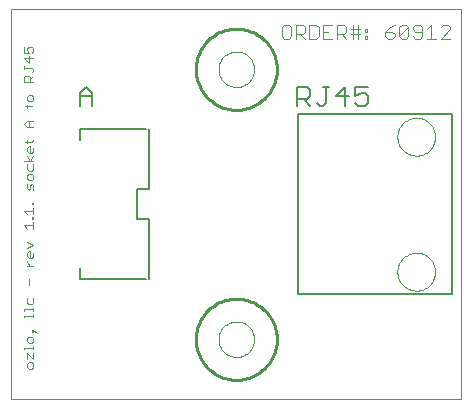
<source format=gto>
G75*
G70*
%OFA0B0*%
%FSLAX24Y24*%
%IPPOS*%
%LPD*%
%AMOC8*
5,1,8,0,0,1.08239X$1,22.5*
%
%ADD10C,0.0000*%
%ADD11C,0.0060*%
%ADD12C,0.0030*%
%ADD13C,0.0040*%
%ADD14C,0.0080*%
%ADD15C,0.0100*%
%ADD16C,0.0050*%
D10*
X000100Y000100D02*
X000100Y013100D01*
X015100Y013100D01*
X015100Y000100D01*
X000100Y000100D01*
X007009Y002100D02*
X007011Y002148D01*
X007017Y002196D01*
X007027Y002243D01*
X007040Y002289D01*
X007058Y002334D01*
X007078Y002378D01*
X007103Y002420D01*
X007131Y002459D01*
X007161Y002496D01*
X007195Y002530D01*
X007232Y002562D01*
X007270Y002591D01*
X007311Y002616D01*
X007354Y002638D01*
X007399Y002656D01*
X007445Y002670D01*
X007492Y002681D01*
X007540Y002688D01*
X007588Y002691D01*
X007636Y002690D01*
X007684Y002685D01*
X007732Y002676D01*
X007778Y002664D01*
X007823Y002647D01*
X007867Y002627D01*
X007909Y002604D01*
X007949Y002577D01*
X007987Y002547D01*
X008022Y002514D01*
X008054Y002478D01*
X008084Y002440D01*
X008110Y002399D01*
X008132Y002356D01*
X008152Y002312D01*
X008167Y002267D01*
X008179Y002220D01*
X008187Y002172D01*
X008191Y002124D01*
X008191Y002076D01*
X008187Y002028D01*
X008179Y001980D01*
X008167Y001933D01*
X008152Y001888D01*
X008132Y001844D01*
X008110Y001801D01*
X008084Y001760D01*
X008054Y001722D01*
X008022Y001686D01*
X007987Y001653D01*
X007949Y001623D01*
X007909Y001596D01*
X007867Y001573D01*
X007823Y001553D01*
X007778Y001536D01*
X007732Y001524D01*
X007684Y001515D01*
X007636Y001510D01*
X007588Y001509D01*
X007540Y001512D01*
X007492Y001519D01*
X007445Y001530D01*
X007399Y001544D01*
X007354Y001562D01*
X007311Y001584D01*
X007270Y001609D01*
X007232Y001638D01*
X007195Y001670D01*
X007161Y001704D01*
X007131Y001741D01*
X007103Y001780D01*
X007078Y001822D01*
X007058Y001866D01*
X007040Y001911D01*
X007027Y001957D01*
X007017Y002004D01*
X007011Y002052D01*
X007009Y002100D01*
X012970Y004350D02*
X012972Y004400D01*
X012978Y004450D01*
X012988Y004499D01*
X013002Y004547D01*
X013019Y004594D01*
X013040Y004639D01*
X013065Y004683D01*
X013093Y004724D01*
X013125Y004763D01*
X013159Y004800D01*
X013196Y004834D01*
X013236Y004864D01*
X013278Y004891D01*
X013322Y004915D01*
X013368Y004936D01*
X013415Y004952D01*
X013463Y004965D01*
X013513Y004974D01*
X013562Y004979D01*
X013613Y004980D01*
X013663Y004977D01*
X013712Y004970D01*
X013761Y004959D01*
X013809Y004944D01*
X013855Y004926D01*
X013900Y004904D01*
X013943Y004878D01*
X013984Y004849D01*
X014023Y004817D01*
X014059Y004782D01*
X014091Y004744D01*
X014121Y004704D01*
X014148Y004661D01*
X014171Y004617D01*
X014190Y004571D01*
X014206Y004523D01*
X014218Y004474D01*
X014226Y004425D01*
X014230Y004375D01*
X014230Y004325D01*
X014226Y004275D01*
X014218Y004226D01*
X014206Y004177D01*
X014190Y004129D01*
X014171Y004083D01*
X014148Y004039D01*
X014121Y003996D01*
X014091Y003956D01*
X014059Y003918D01*
X014023Y003883D01*
X013984Y003851D01*
X013943Y003822D01*
X013900Y003796D01*
X013855Y003774D01*
X013809Y003756D01*
X013761Y003741D01*
X013712Y003730D01*
X013663Y003723D01*
X013613Y003720D01*
X013562Y003721D01*
X013513Y003726D01*
X013463Y003735D01*
X013415Y003748D01*
X013368Y003764D01*
X013322Y003785D01*
X013278Y003809D01*
X013236Y003836D01*
X013196Y003866D01*
X013159Y003900D01*
X013125Y003937D01*
X013093Y003976D01*
X013065Y004017D01*
X013040Y004061D01*
X013019Y004106D01*
X013002Y004153D01*
X012988Y004201D01*
X012978Y004250D01*
X012972Y004300D01*
X012970Y004350D01*
X012970Y008850D02*
X012972Y008900D01*
X012978Y008950D01*
X012988Y008999D01*
X013002Y009047D01*
X013019Y009094D01*
X013040Y009139D01*
X013065Y009183D01*
X013093Y009224D01*
X013125Y009263D01*
X013159Y009300D01*
X013196Y009334D01*
X013236Y009364D01*
X013278Y009391D01*
X013322Y009415D01*
X013368Y009436D01*
X013415Y009452D01*
X013463Y009465D01*
X013513Y009474D01*
X013562Y009479D01*
X013613Y009480D01*
X013663Y009477D01*
X013712Y009470D01*
X013761Y009459D01*
X013809Y009444D01*
X013855Y009426D01*
X013900Y009404D01*
X013943Y009378D01*
X013984Y009349D01*
X014023Y009317D01*
X014059Y009282D01*
X014091Y009244D01*
X014121Y009204D01*
X014148Y009161D01*
X014171Y009117D01*
X014190Y009071D01*
X014206Y009023D01*
X014218Y008974D01*
X014226Y008925D01*
X014230Y008875D01*
X014230Y008825D01*
X014226Y008775D01*
X014218Y008726D01*
X014206Y008677D01*
X014190Y008629D01*
X014171Y008583D01*
X014148Y008539D01*
X014121Y008496D01*
X014091Y008456D01*
X014059Y008418D01*
X014023Y008383D01*
X013984Y008351D01*
X013943Y008322D01*
X013900Y008296D01*
X013855Y008274D01*
X013809Y008256D01*
X013761Y008241D01*
X013712Y008230D01*
X013663Y008223D01*
X013613Y008220D01*
X013562Y008221D01*
X013513Y008226D01*
X013463Y008235D01*
X013415Y008248D01*
X013368Y008264D01*
X013322Y008285D01*
X013278Y008309D01*
X013236Y008336D01*
X013196Y008366D01*
X013159Y008400D01*
X013125Y008437D01*
X013093Y008476D01*
X013065Y008517D01*
X013040Y008561D01*
X013019Y008606D01*
X013002Y008653D01*
X012988Y008701D01*
X012978Y008750D01*
X012972Y008800D01*
X012970Y008850D01*
X007009Y011100D02*
X007011Y011148D01*
X007017Y011196D01*
X007027Y011243D01*
X007040Y011289D01*
X007058Y011334D01*
X007078Y011378D01*
X007103Y011420D01*
X007131Y011459D01*
X007161Y011496D01*
X007195Y011530D01*
X007232Y011562D01*
X007270Y011591D01*
X007311Y011616D01*
X007354Y011638D01*
X007399Y011656D01*
X007445Y011670D01*
X007492Y011681D01*
X007540Y011688D01*
X007588Y011691D01*
X007636Y011690D01*
X007684Y011685D01*
X007732Y011676D01*
X007778Y011664D01*
X007823Y011647D01*
X007867Y011627D01*
X007909Y011604D01*
X007949Y011577D01*
X007987Y011547D01*
X008022Y011514D01*
X008054Y011478D01*
X008084Y011440D01*
X008110Y011399D01*
X008132Y011356D01*
X008152Y011312D01*
X008167Y011267D01*
X008179Y011220D01*
X008187Y011172D01*
X008191Y011124D01*
X008191Y011076D01*
X008187Y011028D01*
X008179Y010980D01*
X008167Y010933D01*
X008152Y010888D01*
X008132Y010844D01*
X008110Y010801D01*
X008084Y010760D01*
X008054Y010722D01*
X008022Y010686D01*
X007987Y010653D01*
X007949Y010623D01*
X007909Y010596D01*
X007867Y010573D01*
X007823Y010553D01*
X007778Y010536D01*
X007732Y010524D01*
X007684Y010515D01*
X007636Y010510D01*
X007588Y010509D01*
X007540Y010512D01*
X007492Y010519D01*
X007445Y010530D01*
X007399Y010544D01*
X007354Y010562D01*
X007311Y010584D01*
X007270Y010609D01*
X007232Y010638D01*
X007195Y010670D01*
X007161Y010704D01*
X007131Y010741D01*
X007103Y010780D01*
X007078Y010822D01*
X007058Y010866D01*
X007040Y010911D01*
X007027Y010957D01*
X007017Y011004D01*
X007011Y011052D01*
X007009Y011100D01*
D11*
X009630Y010521D02*
X009630Y009880D01*
X009630Y010094D02*
X009950Y010094D01*
X010057Y010200D01*
X010057Y010414D01*
X009950Y010521D01*
X009630Y010521D01*
X009844Y010094D02*
X010057Y009880D01*
X010275Y009987D02*
X010381Y009880D01*
X010488Y009880D01*
X010595Y009987D01*
X010595Y010521D01*
X010488Y010521D02*
X010702Y010521D01*
X010919Y010200D02*
X011346Y010200D01*
X011564Y010200D02*
X011777Y010307D01*
X011884Y010307D01*
X011991Y010200D01*
X011991Y009987D01*
X011884Y009880D01*
X011670Y009880D01*
X011564Y009987D01*
X011564Y010200D02*
X011564Y010521D01*
X011991Y010521D01*
X011239Y010521D02*
X010919Y010200D01*
X011239Y009880D02*
X011239Y010521D01*
X002807Y010307D02*
X002807Y009880D01*
X002380Y009880D02*
X002380Y010307D01*
X002594Y010521D01*
X002807Y010307D01*
X002807Y010200D02*
X002380Y010200D01*
D12*
X000835Y010191D02*
X000835Y010085D01*
X000782Y010031D01*
X000675Y010031D01*
X000621Y010085D01*
X000621Y010191D01*
X000675Y010245D01*
X000782Y010245D01*
X000835Y010191D01*
X000835Y009923D02*
X000782Y009870D01*
X000568Y009870D01*
X000621Y009923D02*
X000621Y009816D01*
X000621Y009385D02*
X000835Y009385D01*
X000675Y009385D02*
X000675Y009172D01*
X000621Y009172D02*
X000515Y009279D01*
X000621Y009385D01*
X000621Y009172D02*
X000835Y009172D01*
X000835Y008742D02*
X000782Y008688D01*
X000568Y008688D01*
X000621Y008635D02*
X000621Y008742D01*
X000675Y008526D02*
X000728Y008526D01*
X000728Y008312D01*
X000675Y008312D02*
X000782Y008312D01*
X000835Y008366D01*
X000835Y008473D01*
X000675Y008526D02*
X000621Y008473D01*
X000621Y008366D01*
X000675Y008312D01*
X000621Y008204D02*
X000728Y008044D01*
X000835Y008204D01*
X000835Y008044D02*
X000515Y008044D01*
X000621Y007935D02*
X000621Y007775D01*
X000675Y007722D01*
X000782Y007722D01*
X000835Y007775D01*
X000835Y007935D01*
X000782Y007613D02*
X000675Y007613D01*
X000621Y007559D01*
X000621Y007453D01*
X000675Y007399D01*
X000782Y007399D01*
X000835Y007453D01*
X000835Y007559D01*
X000782Y007613D01*
X000782Y007291D02*
X000728Y007237D01*
X000728Y007130D01*
X000675Y007077D01*
X000621Y007130D01*
X000621Y007291D01*
X000782Y007291D02*
X000835Y007237D01*
X000835Y007077D01*
X000835Y006647D02*
X000835Y006594D01*
X000782Y006594D01*
X000782Y006647D01*
X000835Y006647D01*
X000835Y006485D02*
X000835Y006271D01*
X000835Y006378D02*
X000515Y006378D01*
X000621Y006271D01*
X000782Y006164D02*
X000835Y006164D01*
X000835Y006110D01*
X000782Y006110D01*
X000782Y006164D01*
X000835Y006001D02*
X000835Y005788D01*
X000835Y005895D02*
X000515Y005895D01*
X000621Y005788D01*
X000621Y005357D02*
X000835Y005250D01*
X000621Y005143D01*
X000675Y005035D02*
X000728Y005035D01*
X000728Y004821D01*
X000675Y004821D02*
X000782Y004821D01*
X000835Y004875D01*
X000835Y004981D01*
X000675Y005035D02*
X000621Y004981D01*
X000621Y004875D01*
X000675Y004821D01*
X000621Y004713D02*
X000621Y004659D01*
X000728Y004553D01*
X000835Y004553D02*
X000621Y004553D01*
X000675Y004122D02*
X000675Y003908D01*
X000621Y003477D02*
X000621Y003317D01*
X000675Y003263D01*
X000782Y003263D01*
X000835Y003317D01*
X000835Y003477D01*
X000835Y003155D02*
X000835Y003049D01*
X000835Y003102D02*
X000515Y003102D01*
X000515Y003049D01*
X000515Y002887D02*
X000835Y002887D01*
X000835Y002834D02*
X000835Y002941D01*
X000515Y002887D02*
X000515Y002834D01*
X000782Y002403D02*
X000782Y002350D01*
X000835Y002350D01*
X000835Y002403D01*
X000782Y002403D01*
X000835Y002403D02*
X000942Y002297D01*
X000782Y002188D02*
X000675Y002188D01*
X000621Y002135D01*
X000621Y002028D01*
X000675Y001974D01*
X000782Y001974D01*
X000835Y002028D01*
X000835Y002135D01*
X000782Y002188D01*
X000835Y001866D02*
X000835Y001760D01*
X000835Y001813D02*
X000515Y001813D01*
X000515Y001760D01*
X000621Y001651D02*
X000835Y001437D01*
X000835Y001651D01*
X000621Y001651D02*
X000621Y001437D01*
X000675Y001329D02*
X000621Y001275D01*
X000621Y001168D01*
X000675Y001115D01*
X000782Y001115D01*
X000835Y001168D01*
X000835Y001275D01*
X000782Y001329D01*
X000675Y001329D01*
X000728Y010676D02*
X000728Y010836D01*
X000675Y010889D01*
X000568Y010889D01*
X000515Y010836D01*
X000515Y010676D01*
X000835Y010676D01*
X000728Y010783D02*
X000835Y010889D01*
X000782Y010998D02*
X000835Y011051D01*
X000835Y011105D01*
X000782Y011158D01*
X000515Y011158D01*
X000515Y011105D02*
X000515Y011212D01*
X000675Y011320D02*
X000675Y011534D01*
X000675Y011643D02*
X000515Y011643D01*
X000515Y011856D01*
X000621Y011803D02*
X000675Y011856D01*
X000782Y011856D01*
X000835Y011803D01*
X000835Y011696D01*
X000782Y011643D01*
X000675Y011643D02*
X000621Y011749D01*
X000621Y011803D01*
X000515Y011481D02*
X000675Y011320D01*
X000835Y011481D02*
X000515Y011481D01*
D13*
X009120Y012197D02*
X009197Y012120D01*
X009350Y012120D01*
X009427Y012197D01*
X009427Y012504D01*
X009350Y012580D01*
X009197Y012580D01*
X009120Y012504D01*
X009120Y012197D01*
X009580Y012273D02*
X009811Y012273D01*
X009887Y012350D01*
X009887Y012504D01*
X009811Y012580D01*
X009580Y012580D01*
X009580Y012120D01*
X009734Y012273D02*
X009887Y012120D01*
X010041Y012120D02*
X010271Y012120D01*
X010348Y012197D01*
X010348Y012504D01*
X010271Y012580D01*
X010041Y012580D01*
X010041Y012120D01*
X010501Y012120D02*
X010808Y012120D01*
X010962Y012120D02*
X010962Y012580D01*
X011192Y012580D01*
X011268Y012504D01*
X011268Y012350D01*
X011192Y012273D01*
X010962Y012273D01*
X011115Y012273D02*
X011268Y012120D01*
X011422Y012273D02*
X011729Y012273D01*
X011652Y012120D02*
X011652Y012580D01*
X011652Y012427D02*
X011422Y012427D01*
X011499Y012580D02*
X011499Y012120D01*
X011652Y012427D02*
X011729Y012427D01*
X011882Y012427D02*
X011882Y012350D01*
X011959Y012350D01*
X011959Y012427D01*
X011882Y012427D01*
X011882Y012197D02*
X011882Y012120D01*
X011959Y012120D01*
X011959Y012197D01*
X011882Y012197D01*
X012573Y012197D02*
X012650Y012120D01*
X012803Y012120D01*
X012880Y012197D01*
X012880Y012273D01*
X012803Y012350D01*
X012573Y012350D01*
X012573Y012197D01*
X012573Y012350D02*
X012726Y012504D01*
X012880Y012580D01*
X013033Y012504D02*
X013110Y012580D01*
X013264Y012580D01*
X013340Y012504D01*
X013033Y012197D01*
X013110Y012120D01*
X013264Y012120D01*
X013340Y012197D01*
X013340Y012504D01*
X013494Y012504D02*
X013494Y012427D01*
X013570Y012350D01*
X013801Y012350D01*
X013801Y012197D02*
X013801Y012504D01*
X013724Y012580D01*
X013570Y012580D01*
X013494Y012504D01*
X013494Y012197D02*
X013570Y012120D01*
X013724Y012120D01*
X013801Y012197D01*
X013954Y012120D02*
X014261Y012120D01*
X014108Y012120D02*
X014108Y012580D01*
X013954Y012427D01*
X014415Y012504D02*
X014491Y012580D01*
X014645Y012580D01*
X014721Y012504D01*
X014721Y012427D01*
X014415Y012120D01*
X014721Y012120D01*
X013033Y012197D02*
X013033Y012504D01*
X010808Y012580D02*
X010501Y012580D01*
X010501Y012120D01*
X010501Y012350D02*
X010655Y012350D01*
D14*
X009663Y009600D02*
X014781Y009600D01*
X014781Y003600D01*
X009663Y003600D01*
X009663Y009600D01*
D15*
X006250Y011100D02*
X006252Y011173D01*
X006258Y011246D01*
X006268Y011318D01*
X006282Y011390D01*
X006299Y011461D01*
X006321Y011531D01*
X006346Y011600D01*
X006375Y011667D01*
X006407Y011732D01*
X006443Y011796D01*
X006483Y011858D01*
X006525Y011917D01*
X006571Y011974D01*
X006620Y012028D01*
X006672Y012080D01*
X006726Y012129D01*
X006783Y012175D01*
X006842Y012217D01*
X006904Y012257D01*
X006968Y012293D01*
X007033Y012325D01*
X007100Y012354D01*
X007169Y012379D01*
X007239Y012401D01*
X007310Y012418D01*
X007382Y012432D01*
X007454Y012442D01*
X007527Y012448D01*
X007600Y012450D01*
X007673Y012448D01*
X007746Y012442D01*
X007818Y012432D01*
X007890Y012418D01*
X007961Y012401D01*
X008031Y012379D01*
X008100Y012354D01*
X008167Y012325D01*
X008232Y012293D01*
X008296Y012257D01*
X008358Y012217D01*
X008417Y012175D01*
X008474Y012129D01*
X008528Y012080D01*
X008580Y012028D01*
X008629Y011974D01*
X008675Y011917D01*
X008717Y011858D01*
X008757Y011796D01*
X008793Y011732D01*
X008825Y011667D01*
X008854Y011600D01*
X008879Y011531D01*
X008901Y011461D01*
X008918Y011390D01*
X008932Y011318D01*
X008942Y011246D01*
X008948Y011173D01*
X008950Y011100D01*
X008948Y011027D01*
X008942Y010954D01*
X008932Y010882D01*
X008918Y010810D01*
X008901Y010739D01*
X008879Y010669D01*
X008854Y010600D01*
X008825Y010533D01*
X008793Y010468D01*
X008757Y010404D01*
X008717Y010342D01*
X008675Y010283D01*
X008629Y010226D01*
X008580Y010172D01*
X008528Y010120D01*
X008474Y010071D01*
X008417Y010025D01*
X008358Y009983D01*
X008296Y009943D01*
X008232Y009907D01*
X008167Y009875D01*
X008100Y009846D01*
X008031Y009821D01*
X007961Y009799D01*
X007890Y009782D01*
X007818Y009768D01*
X007746Y009758D01*
X007673Y009752D01*
X007600Y009750D01*
X007527Y009752D01*
X007454Y009758D01*
X007382Y009768D01*
X007310Y009782D01*
X007239Y009799D01*
X007169Y009821D01*
X007100Y009846D01*
X007033Y009875D01*
X006968Y009907D01*
X006904Y009943D01*
X006842Y009983D01*
X006783Y010025D01*
X006726Y010071D01*
X006672Y010120D01*
X006620Y010172D01*
X006571Y010226D01*
X006525Y010283D01*
X006483Y010342D01*
X006443Y010404D01*
X006407Y010468D01*
X006375Y010533D01*
X006346Y010600D01*
X006321Y010669D01*
X006299Y010739D01*
X006282Y010810D01*
X006268Y010882D01*
X006258Y010954D01*
X006252Y011027D01*
X006250Y011100D01*
X006250Y002100D02*
X006252Y002173D01*
X006258Y002246D01*
X006268Y002318D01*
X006282Y002390D01*
X006299Y002461D01*
X006321Y002531D01*
X006346Y002600D01*
X006375Y002667D01*
X006407Y002732D01*
X006443Y002796D01*
X006483Y002858D01*
X006525Y002917D01*
X006571Y002974D01*
X006620Y003028D01*
X006672Y003080D01*
X006726Y003129D01*
X006783Y003175D01*
X006842Y003217D01*
X006904Y003257D01*
X006968Y003293D01*
X007033Y003325D01*
X007100Y003354D01*
X007169Y003379D01*
X007239Y003401D01*
X007310Y003418D01*
X007382Y003432D01*
X007454Y003442D01*
X007527Y003448D01*
X007600Y003450D01*
X007673Y003448D01*
X007746Y003442D01*
X007818Y003432D01*
X007890Y003418D01*
X007961Y003401D01*
X008031Y003379D01*
X008100Y003354D01*
X008167Y003325D01*
X008232Y003293D01*
X008296Y003257D01*
X008358Y003217D01*
X008417Y003175D01*
X008474Y003129D01*
X008528Y003080D01*
X008580Y003028D01*
X008629Y002974D01*
X008675Y002917D01*
X008717Y002858D01*
X008757Y002796D01*
X008793Y002732D01*
X008825Y002667D01*
X008854Y002600D01*
X008879Y002531D01*
X008901Y002461D01*
X008918Y002390D01*
X008932Y002318D01*
X008942Y002246D01*
X008948Y002173D01*
X008950Y002100D01*
X008948Y002027D01*
X008942Y001954D01*
X008932Y001882D01*
X008918Y001810D01*
X008901Y001739D01*
X008879Y001669D01*
X008854Y001600D01*
X008825Y001533D01*
X008793Y001468D01*
X008757Y001404D01*
X008717Y001342D01*
X008675Y001283D01*
X008629Y001226D01*
X008580Y001172D01*
X008528Y001120D01*
X008474Y001071D01*
X008417Y001025D01*
X008358Y000983D01*
X008296Y000943D01*
X008232Y000907D01*
X008167Y000875D01*
X008100Y000846D01*
X008031Y000821D01*
X007961Y000799D01*
X007890Y000782D01*
X007818Y000768D01*
X007746Y000758D01*
X007673Y000752D01*
X007600Y000750D01*
X007527Y000752D01*
X007454Y000758D01*
X007382Y000768D01*
X007310Y000782D01*
X007239Y000799D01*
X007169Y000821D01*
X007100Y000846D01*
X007033Y000875D01*
X006968Y000907D01*
X006904Y000943D01*
X006842Y000983D01*
X006783Y001025D01*
X006726Y001071D01*
X006672Y001120D01*
X006620Y001172D01*
X006571Y001226D01*
X006525Y001283D01*
X006483Y001342D01*
X006443Y001404D01*
X006407Y001468D01*
X006375Y001533D01*
X006346Y001600D01*
X006321Y001669D01*
X006299Y001739D01*
X006282Y001810D01*
X006268Y001882D01*
X006258Y001954D01*
X006252Y002027D01*
X006250Y002100D01*
D16*
X004700Y004100D02*
X004700Y006100D01*
X004300Y006100D01*
X004300Y007100D01*
X004700Y007100D01*
X004700Y009100D01*
X004600Y009100D02*
X002400Y009100D01*
X002400Y008730D01*
X002400Y004470D02*
X002400Y004100D01*
X004600Y004100D01*
M02*

</source>
